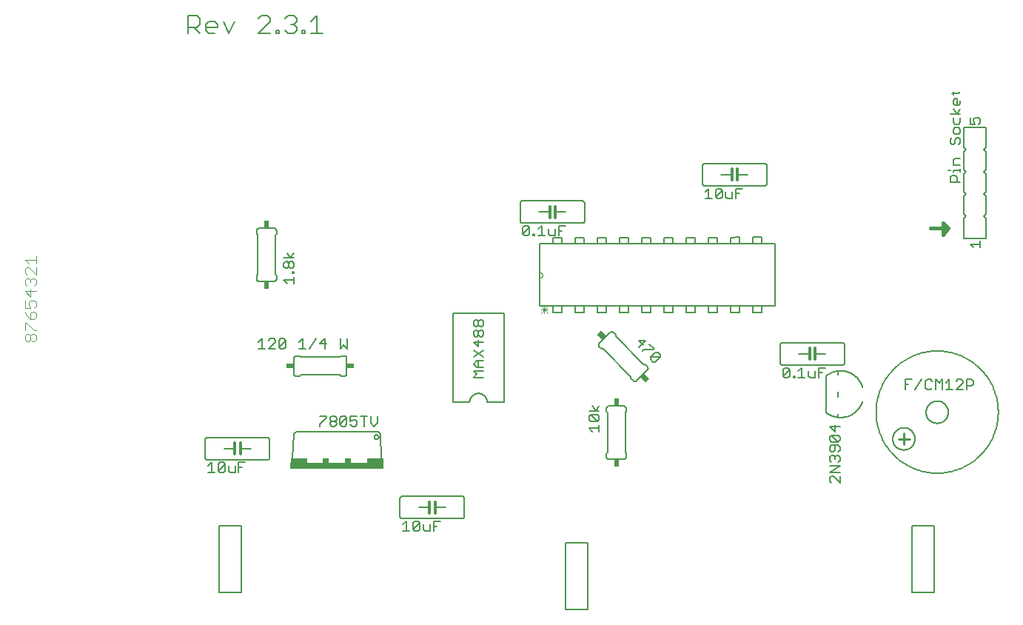
<source format=gto>
G75*
%MOIN*%
%OFA0B0*%
%FSLAX25Y25*%
%IPPOS*%
%LPD*%
%AMOC8*
5,1,8,0,0,1.08239X$1,22.5*
%
%ADD10C,0.00700*%
%ADD11C,0.01600*%
%ADD12C,0.01200*%
%ADD13C,0.00600*%
%ADD14C,0.00500*%
%ADD15R,0.42000X0.03000*%
%ADD16R,0.07500X0.02000*%
%ADD17R,0.03000X0.02000*%
%ADD18R,0.03400X0.02400*%
%ADD19R,0.02400X0.03400*%
%ADD20C,0.00400*%
%ADD21C,0.00000*%
%ADD22C,0.00300*%
%ADD23C,0.01000*%
D10*
X0078543Y0301983D02*
X0078543Y0309890D01*
X0082496Y0309890D01*
X0083814Y0308572D01*
X0083814Y0305936D01*
X0082496Y0304619D01*
X0078543Y0304619D01*
X0081178Y0304619D02*
X0083814Y0301983D01*
X0086461Y0303301D02*
X0086461Y0305936D01*
X0087779Y0307254D01*
X0090415Y0307254D01*
X0091732Y0305936D01*
X0091732Y0304619D01*
X0086461Y0304619D01*
X0086461Y0303301D02*
X0087779Y0301983D01*
X0090415Y0301983D01*
X0094380Y0307254D02*
X0097016Y0301983D01*
X0099651Y0307254D01*
X0110218Y0308572D02*
X0111535Y0309890D01*
X0114171Y0309890D01*
X0115489Y0308572D01*
X0115489Y0307254D01*
X0110218Y0301983D01*
X0115489Y0301983D01*
X0118136Y0301983D02*
X0119454Y0301983D01*
X0119454Y0303301D01*
X0118136Y0303301D01*
X0118136Y0301983D01*
X0122096Y0303301D02*
X0123413Y0301983D01*
X0126049Y0301983D01*
X0127367Y0303301D01*
X0127367Y0304619D01*
X0126049Y0305936D01*
X0124731Y0305936D01*
X0126049Y0305936D02*
X0127367Y0307254D01*
X0127367Y0308572D01*
X0126049Y0309890D01*
X0123413Y0309890D01*
X0122096Y0308572D01*
X0130014Y0303301D02*
X0131332Y0303301D01*
X0131332Y0301983D01*
X0130014Y0301983D01*
X0130014Y0303301D01*
X0133974Y0301983D02*
X0139245Y0301983D01*
X0136609Y0301983D02*
X0136609Y0309890D01*
X0133974Y0307254D01*
D11*
X0412993Y0214133D02*
X0420793Y0214233D01*
X0420793Y0214133D01*
X0418393Y0211333D01*
X0418393Y0216733D01*
X0420793Y0214133D01*
X0412993Y0214133D01*
X0418393Y0214768D02*
X0420207Y0214768D01*
X0419966Y0213169D02*
X0418393Y0213169D01*
X0418393Y0211571D02*
X0418596Y0211571D01*
X0418731Y0216366D02*
X0418393Y0216366D01*
D12*
X0360993Y0160133D02*
X0360993Y0157633D01*
X0360993Y0155133D01*
X0358493Y0155133D02*
X0358493Y0157633D01*
X0358493Y0160133D01*
X0243893Y0219033D02*
X0243893Y0221533D01*
X0243893Y0224033D01*
X0241393Y0224033D02*
X0241393Y0221533D01*
X0241393Y0219033D01*
X0323493Y0235833D02*
X0323493Y0238333D01*
X0323493Y0240833D01*
X0325993Y0240833D02*
X0325993Y0238333D01*
X0325993Y0235833D01*
X0102093Y0117533D02*
X0102093Y0115033D01*
X0102093Y0112533D01*
X0099593Y0112533D02*
X0099593Y0115033D01*
X0099593Y0117533D01*
X0187293Y0091033D02*
X0187293Y0088533D01*
X0187293Y0086033D01*
X0189793Y0086033D02*
X0189793Y0088533D01*
X0189793Y0091033D01*
D13*
X0189793Y0088533D02*
X0194493Y0088533D01*
X0201993Y0093533D02*
X0202053Y0093531D01*
X0202114Y0093526D01*
X0202173Y0093517D01*
X0202232Y0093504D01*
X0202291Y0093488D01*
X0202348Y0093468D01*
X0202403Y0093445D01*
X0202458Y0093418D01*
X0202510Y0093389D01*
X0202561Y0093356D01*
X0202610Y0093320D01*
X0202656Y0093282D01*
X0202700Y0093240D01*
X0202742Y0093196D01*
X0202780Y0093150D01*
X0202816Y0093101D01*
X0202849Y0093050D01*
X0202878Y0092998D01*
X0202905Y0092943D01*
X0202928Y0092888D01*
X0202948Y0092831D01*
X0202964Y0092772D01*
X0202977Y0092713D01*
X0202986Y0092654D01*
X0202991Y0092593D01*
X0202993Y0092533D01*
X0202993Y0084533D01*
X0202991Y0084473D01*
X0202986Y0084412D01*
X0202977Y0084353D01*
X0202964Y0084294D01*
X0202948Y0084235D01*
X0202928Y0084178D01*
X0202905Y0084123D01*
X0202878Y0084068D01*
X0202849Y0084016D01*
X0202816Y0083965D01*
X0202780Y0083916D01*
X0202742Y0083870D01*
X0202700Y0083826D01*
X0202656Y0083784D01*
X0202610Y0083746D01*
X0202561Y0083710D01*
X0202510Y0083677D01*
X0202458Y0083648D01*
X0202403Y0083621D01*
X0202348Y0083598D01*
X0202291Y0083578D01*
X0202232Y0083562D01*
X0202173Y0083549D01*
X0202114Y0083540D01*
X0202053Y0083535D01*
X0201993Y0083533D01*
X0174993Y0083533D01*
X0174933Y0083535D01*
X0174872Y0083540D01*
X0174813Y0083549D01*
X0174754Y0083562D01*
X0174695Y0083578D01*
X0174638Y0083598D01*
X0174583Y0083621D01*
X0174528Y0083648D01*
X0174476Y0083677D01*
X0174425Y0083710D01*
X0174376Y0083746D01*
X0174330Y0083784D01*
X0174286Y0083826D01*
X0174244Y0083870D01*
X0174206Y0083916D01*
X0174170Y0083965D01*
X0174137Y0084016D01*
X0174108Y0084068D01*
X0174081Y0084123D01*
X0174058Y0084178D01*
X0174038Y0084235D01*
X0174022Y0084294D01*
X0174009Y0084353D01*
X0174000Y0084412D01*
X0173995Y0084473D01*
X0173993Y0084533D01*
X0173993Y0092533D01*
X0173995Y0092593D01*
X0174000Y0092654D01*
X0174009Y0092713D01*
X0174022Y0092772D01*
X0174038Y0092831D01*
X0174058Y0092888D01*
X0174081Y0092943D01*
X0174108Y0092998D01*
X0174137Y0093050D01*
X0174170Y0093101D01*
X0174206Y0093150D01*
X0174244Y0093196D01*
X0174286Y0093240D01*
X0174330Y0093282D01*
X0174376Y0093320D01*
X0174425Y0093356D01*
X0174476Y0093389D01*
X0174528Y0093418D01*
X0174583Y0093445D01*
X0174638Y0093468D01*
X0174695Y0093488D01*
X0174754Y0093504D01*
X0174813Y0093517D01*
X0174872Y0093526D01*
X0174933Y0093531D01*
X0174993Y0093533D01*
X0201993Y0093533D01*
X0187293Y0088533D02*
X0182493Y0088533D01*
X0115293Y0111033D02*
X0115293Y0119033D01*
X0115291Y0119093D01*
X0115286Y0119154D01*
X0115277Y0119213D01*
X0115264Y0119272D01*
X0115248Y0119331D01*
X0115228Y0119388D01*
X0115205Y0119443D01*
X0115178Y0119498D01*
X0115149Y0119550D01*
X0115116Y0119601D01*
X0115080Y0119650D01*
X0115042Y0119696D01*
X0115000Y0119740D01*
X0114956Y0119782D01*
X0114910Y0119820D01*
X0114861Y0119856D01*
X0114810Y0119889D01*
X0114758Y0119918D01*
X0114703Y0119945D01*
X0114648Y0119968D01*
X0114591Y0119988D01*
X0114532Y0120004D01*
X0114473Y0120017D01*
X0114414Y0120026D01*
X0114353Y0120031D01*
X0114293Y0120033D01*
X0087293Y0120033D01*
X0087233Y0120031D01*
X0087172Y0120026D01*
X0087113Y0120017D01*
X0087054Y0120004D01*
X0086995Y0119988D01*
X0086938Y0119968D01*
X0086883Y0119945D01*
X0086828Y0119918D01*
X0086776Y0119889D01*
X0086725Y0119856D01*
X0086676Y0119820D01*
X0086630Y0119782D01*
X0086586Y0119740D01*
X0086544Y0119696D01*
X0086506Y0119650D01*
X0086470Y0119601D01*
X0086437Y0119550D01*
X0086408Y0119498D01*
X0086381Y0119443D01*
X0086358Y0119388D01*
X0086338Y0119331D01*
X0086322Y0119272D01*
X0086309Y0119213D01*
X0086300Y0119154D01*
X0086295Y0119093D01*
X0086293Y0119033D01*
X0086293Y0111033D01*
X0086295Y0110973D01*
X0086300Y0110912D01*
X0086309Y0110853D01*
X0086322Y0110794D01*
X0086338Y0110735D01*
X0086358Y0110678D01*
X0086381Y0110623D01*
X0086408Y0110568D01*
X0086437Y0110516D01*
X0086470Y0110465D01*
X0086506Y0110416D01*
X0086544Y0110370D01*
X0086586Y0110326D01*
X0086630Y0110284D01*
X0086676Y0110246D01*
X0086725Y0110210D01*
X0086776Y0110177D01*
X0086828Y0110148D01*
X0086883Y0110121D01*
X0086938Y0110098D01*
X0086995Y0110078D01*
X0087054Y0110062D01*
X0087113Y0110049D01*
X0087172Y0110040D01*
X0087233Y0110035D01*
X0087293Y0110033D01*
X0114293Y0110033D01*
X0114353Y0110035D01*
X0114414Y0110040D01*
X0114473Y0110049D01*
X0114532Y0110062D01*
X0114591Y0110078D01*
X0114648Y0110098D01*
X0114703Y0110121D01*
X0114758Y0110148D01*
X0114810Y0110177D01*
X0114861Y0110210D01*
X0114910Y0110246D01*
X0114956Y0110284D01*
X0115000Y0110326D01*
X0115042Y0110370D01*
X0115080Y0110416D01*
X0115116Y0110465D01*
X0115149Y0110516D01*
X0115178Y0110568D01*
X0115205Y0110623D01*
X0115228Y0110678D01*
X0115248Y0110735D01*
X0115264Y0110794D01*
X0115277Y0110853D01*
X0115286Y0110912D01*
X0115291Y0110973D01*
X0115293Y0111033D01*
X0106793Y0115033D02*
X0102093Y0115033D01*
X0099593Y0115033D02*
X0094793Y0115033D01*
X0127268Y0147733D02*
X0128768Y0147733D01*
X0129268Y0148233D01*
X0146993Y0148233D01*
X0147493Y0147733D01*
X0148993Y0147733D01*
X0149053Y0147735D01*
X0149114Y0147740D01*
X0149173Y0147749D01*
X0149232Y0147762D01*
X0149291Y0147778D01*
X0149348Y0147798D01*
X0149403Y0147821D01*
X0149458Y0147848D01*
X0149510Y0147877D01*
X0149561Y0147910D01*
X0149610Y0147946D01*
X0149656Y0147984D01*
X0149700Y0148026D01*
X0149742Y0148070D01*
X0149780Y0148116D01*
X0149816Y0148165D01*
X0149849Y0148216D01*
X0149878Y0148268D01*
X0149905Y0148323D01*
X0149928Y0148378D01*
X0149948Y0148435D01*
X0149964Y0148494D01*
X0149977Y0148553D01*
X0149986Y0148612D01*
X0149991Y0148673D01*
X0149993Y0148733D01*
X0149993Y0155733D01*
X0149991Y0155793D01*
X0149986Y0155854D01*
X0149977Y0155913D01*
X0149964Y0155972D01*
X0149948Y0156031D01*
X0149928Y0156088D01*
X0149905Y0156143D01*
X0149878Y0156198D01*
X0149849Y0156250D01*
X0149816Y0156301D01*
X0149780Y0156350D01*
X0149742Y0156396D01*
X0149700Y0156440D01*
X0149656Y0156482D01*
X0149610Y0156520D01*
X0149561Y0156556D01*
X0149510Y0156589D01*
X0149458Y0156618D01*
X0149403Y0156645D01*
X0149348Y0156668D01*
X0149291Y0156688D01*
X0149232Y0156704D01*
X0149173Y0156717D01*
X0149114Y0156726D01*
X0149053Y0156731D01*
X0148993Y0156733D01*
X0147493Y0156733D01*
X0146993Y0156233D01*
X0129268Y0156233D01*
X0128768Y0156733D01*
X0127268Y0156733D01*
X0127208Y0156731D01*
X0127147Y0156726D01*
X0127088Y0156717D01*
X0127029Y0156704D01*
X0126970Y0156688D01*
X0126913Y0156668D01*
X0126858Y0156645D01*
X0126803Y0156618D01*
X0126751Y0156589D01*
X0126700Y0156556D01*
X0126651Y0156520D01*
X0126605Y0156482D01*
X0126561Y0156440D01*
X0126519Y0156396D01*
X0126481Y0156350D01*
X0126445Y0156301D01*
X0126412Y0156250D01*
X0126383Y0156198D01*
X0126356Y0156143D01*
X0126333Y0156088D01*
X0126313Y0156031D01*
X0126297Y0155972D01*
X0126284Y0155913D01*
X0126275Y0155854D01*
X0126270Y0155793D01*
X0126268Y0155733D01*
X0126268Y0148733D01*
X0126270Y0148673D01*
X0126275Y0148612D01*
X0126284Y0148553D01*
X0126297Y0148494D01*
X0126313Y0148435D01*
X0126333Y0148378D01*
X0126356Y0148323D01*
X0126383Y0148268D01*
X0126412Y0148216D01*
X0126445Y0148165D01*
X0126481Y0148116D01*
X0126519Y0148070D01*
X0126561Y0148026D01*
X0126605Y0147984D01*
X0126651Y0147946D01*
X0126700Y0147910D01*
X0126751Y0147877D01*
X0126803Y0147848D01*
X0126858Y0147821D01*
X0126913Y0147798D01*
X0126970Y0147778D01*
X0127029Y0147762D01*
X0127088Y0147749D01*
X0127147Y0147740D01*
X0127208Y0147735D01*
X0127268Y0147733D01*
X0117393Y0190433D02*
X0110393Y0190433D01*
X0110333Y0190435D01*
X0110272Y0190440D01*
X0110213Y0190449D01*
X0110154Y0190462D01*
X0110095Y0190478D01*
X0110038Y0190498D01*
X0109983Y0190521D01*
X0109928Y0190548D01*
X0109876Y0190577D01*
X0109825Y0190610D01*
X0109776Y0190646D01*
X0109730Y0190684D01*
X0109686Y0190726D01*
X0109644Y0190770D01*
X0109606Y0190816D01*
X0109570Y0190865D01*
X0109537Y0190916D01*
X0109508Y0190968D01*
X0109481Y0191023D01*
X0109458Y0191078D01*
X0109438Y0191135D01*
X0109422Y0191194D01*
X0109409Y0191253D01*
X0109400Y0191312D01*
X0109395Y0191373D01*
X0109393Y0191433D01*
X0109393Y0192933D01*
X0109893Y0193433D01*
X0109893Y0211158D01*
X0109393Y0211658D01*
X0109393Y0213158D01*
X0109395Y0213218D01*
X0109400Y0213279D01*
X0109409Y0213338D01*
X0109422Y0213397D01*
X0109438Y0213456D01*
X0109458Y0213513D01*
X0109481Y0213568D01*
X0109508Y0213623D01*
X0109537Y0213675D01*
X0109570Y0213726D01*
X0109606Y0213775D01*
X0109644Y0213821D01*
X0109686Y0213865D01*
X0109730Y0213907D01*
X0109776Y0213945D01*
X0109825Y0213981D01*
X0109876Y0214014D01*
X0109928Y0214043D01*
X0109983Y0214070D01*
X0110038Y0214093D01*
X0110095Y0214113D01*
X0110154Y0214129D01*
X0110213Y0214142D01*
X0110272Y0214151D01*
X0110333Y0214156D01*
X0110393Y0214158D01*
X0117393Y0214158D01*
X0117453Y0214156D01*
X0117514Y0214151D01*
X0117573Y0214142D01*
X0117632Y0214129D01*
X0117691Y0214113D01*
X0117748Y0214093D01*
X0117803Y0214070D01*
X0117858Y0214043D01*
X0117910Y0214014D01*
X0117961Y0213981D01*
X0118010Y0213945D01*
X0118056Y0213907D01*
X0118100Y0213865D01*
X0118142Y0213821D01*
X0118180Y0213775D01*
X0118216Y0213726D01*
X0118249Y0213675D01*
X0118278Y0213623D01*
X0118305Y0213568D01*
X0118328Y0213513D01*
X0118348Y0213456D01*
X0118364Y0213397D01*
X0118377Y0213338D01*
X0118386Y0213279D01*
X0118391Y0213218D01*
X0118393Y0213158D01*
X0118393Y0211658D01*
X0117893Y0211158D01*
X0117893Y0193433D01*
X0118393Y0192933D01*
X0118393Y0191433D01*
X0118391Y0191373D01*
X0118386Y0191312D01*
X0118377Y0191253D01*
X0118364Y0191194D01*
X0118348Y0191135D01*
X0118328Y0191078D01*
X0118305Y0191023D01*
X0118278Y0190968D01*
X0118249Y0190916D01*
X0118216Y0190865D01*
X0118180Y0190816D01*
X0118142Y0190770D01*
X0118100Y0190726D01*
X0118056Y0190684D01*
X0118010Y0190646D01*
X0117961Y0190610D01*
X0117910Y0190577D01*
X0117858Y0190548D01*
X0117803Y0190521D01*
X0117748Y0190498D01*
X0117691Y0190478D01*
X0117632Y0190462D01*
X0117573Y0190449D01*
X0117514Y0190440D01*
X0117453Y0190435D01*
X0117393Y0190433D01*
X0197793Y0175833D02*
X0220793Y0175833D01*
X0220793Y0135833D01*
X0213293Y0135833D01*
X0213291Y0135959D01*
X0213285Y0136084D01*
X0213275Y0136209D01*
X0213261Y0136334D01*
X0213244Y0136459D01*
X0213222Y0136583D01*
X0213197Y0136706D01*
X0213167Y0136828D01*
X0213134Y0136949D01*
X0213097Y0137069D01*
X0213057Y0137188D01*
X0213012Y0137305D01*
X0212964Y0137422D01*
X0212912Y0137536D01*
X0212857Y0137649D01*
X0212798Y0137760D01*
X0212736Y0137869D01*
X0212670Y0137976D01*
X0212601Y0138081D01*
X0212529Y0138184D01*
X0212454Y0138285D01*
X0212375Y0138383D01*
X0212293Y0138478D01*
X0212209Y0138571D01*
X0212121Y0138661D01*
X0212031Y0138749D01*
X0211938Y0138833D01*
X0211843Y0138915D01*
X0211745Y0138994D01*
X0211644Y0139069D01*
X0211541Y0139141D01*
X0211436Y0139210D01*
X0211329Y0139276D01*
X0211220Y0139338D01*
X0211109Y0139397D01*
X0210996Y0139452D01*
X0210882Y0139504D01*
X0210765Y0139552D01*
X0210648Y0139597D01*
X0210529Y0139637D01*
X0210409Y0139674D01*
X0210288Y0139707D01*
X0210166Y0139737D01*
X0210043Y0139762D01*
X0209919Y0139784D01*
X0209794Y0139801D01*
X0209669Y0139815D01*
X0209544Y0139825D01*
X0209419Y0139831D01*
X0209293Y0139833D01*
X0209167Y0139831D01*
X0209042Y0139825D01*
X0208917Y0139815D01*
X0208792Y0139801D01*
X0208667Y0139784D01*
X0208543Y0139762D01*
X0208420Y0139737D01*
X0208298Y0139707D01*
X0208177Y0139674D01*
X0208057Y0139637D01*
X0207938Y0139597D01*
X0207821Y0139552D01*
X0207704Y0139504D01*
X0207590Y0139452D01*
X0207477Y0139397D01*
X0207366Y0139338D01*
X0207257Y0139276D01*
X0207150Y0139210D01*
X0207045Y0139141D01*
X0206942Y0139069D01*
X0206841Y0138994D01*
X0206743Y0138915D01*
X0206648Y0138833D01*
X0206555Y0138749D01*
X0206465Y0138661D01*
X0206377Y0138571D01*
X0206293Y0138478D01*
X0206211Y0138383D01*
X0206132Y0138285D01*
X0206057Y0138184D01*
X0205985Y0138081D01*
X0205916Y0137976D01*
X0205850Y0137869D01*
X0205788Y0137760D01*
X0205729Y0137649D01*
X0205674Y0137536D01*
X0205622Y0137422D01*
X0205574Y0137305D01*
X0205529Y0137188D01*
X0205489Y0137069D01*
X0205452Y0136949D01*
X0205419Y0136828D01*
X0205389Y0136706D01*
X0205364Y0136583D01*
X0205342Y0136459D01*
X0205325Y0136334D01*
X0205311Y0136209D01*
X0205301Y0136084D01*
X0205295Y0135959D01*
X0205293Y0135833D01*
X0197793Y0135833D01*
X0197793Y0175833D01*
X0236893Y0179133D02*
X0342893Y0179133D01*
X0342893Y0207133D01*
X0236893Y0207133D01*
X0236893Y0194333D01*
X0236893Y0191933D01*
X0236893Y0179133D01*
X0242893Y0179133D02*
X0242893Y0176133D01*
X0246893Y0176133D01*
X0246893Y0179133D01*
X0242893Y0179133D01*
X0252893Y0179133D02*
X0252893Y0176133D01*
X0256893Y0176133D01*
X0256893Y0179133D01*
X0252893Y0179133D01*
X0262893Y0179133D02*
X0262893Y0176133D01*
X0266893Y0176133D01*
X0266893Y0179133D01*
X0262893Y0179133D01*
X0272893Y0179133D02*
X0272893Y0176133D01*
X0276893Y0176133D01*
X0276893Y0179133D01*
X0272893Y0179133D01*
X0282893Y0179133D02*
X0282893Y0176133D01*
X0286893Y0176133D01*
X0286893Y0179133D01*
X0282893Y0179133D01*
X0292893Y0179133D02*
X0292893Y0176133D01*
X0296893Y0176133D01*
X0296893Y0179133D01*
X0292893Y0179133D01*
X0302893Y0179133D02*
X0302893Y0176133D01*
X0306893Y0176133D01*
X0306893Y0179133D01*
X0302893Y0179133D01*
X0312893Y0179133D02*
X0312893Y0176133D01*
X0316893Y0176133D01*
X0316893Y0179133D01*
X0312893Y0179133D01*
X0322893Y0179133D02*
X0322893Y0176133D01*
X0326893Y0176233D01*
X0326893Y0179133D01*
X0322893Y0179133D01*
X0332893Y0179133D02*
X0332993Y0176233D01*
X0336893Y0176233D01*
X0336893Y0179133D01*
X0332893Y0179133D01*
X0346193Y0162633D02*
X0373193Y0162633D01*
X0373253Y0162631D01*
X0373314Y0162626D01*
X0373373Y0162617D01*
X0373432Y0162604D01*
X0373491Y0162588D01*
X0373548Y0162568D01*
X0373603Y0162545D01*
X0373658Y0162518D01*
X0373710Y0162489D01*
X0373761Y0162456D01*
X0373810Y0162420D01*
X0373856Y0162382D01*
X0373900Y0162340D01*
X0373942Y0162296D01*
X0373980Y0162250D01*
X0374016Y0162201D01*
X0374049Y0162150D01*
X0374078Y0162098D01*
X0374105Y0162043D01*
X0374128Y0161988D01*
X0374148Y0161931D01*
X0374164Y0161872D01*
X0374177Y0161813D01*
X0374186Y0161754D01*
X0374191Y0161693D01*
X0374193Y0161633D01*
X0374193Y0153633D01*
X0374191Y0153573D01*
X0374186Y0153512D01*
X0374177Y0153453D01*
X0374164Y0153394D01*
X0374148Y0153335D01*
X0374128Y0153278D01*
X0374105Y0153223D01*
X0374078Y0153168D01*
X0374049Y0153116D01*
X0374016Y0153065D01*
X0373980Y0153016D01*
X0373942Y0152970D01*
X0373900Y0152926D01*
X0373856Y0152884D01*
X0373810Y0152846D01*
X0373761Y0152810D01*
X0373710Y0152777D01*
X0373658Y0152748D01*
X0373603Y0152721D01*
X0373548Y0152698D01*
X0373491Y0152678D01*
X0373432Y0152662D01*
X0373373Y0152649D01*
X0373314Y0152640D01*
X0373253Y0152635D01*
X0373193Y0152633D01*
X0346193Y0152633D01*
X0346133Y0152635D01*
X0346072Y0152640D01*
X0346013Y0152649D01*
X0345954Y0152662D01*
X0345895Y0152678D01*
X0345838Y0152698D01*
X0345783Y0152721D01*
X0345728Y0152748D01*
X0345676Y0152777D01*
X0345625Y0152810D01*
X0345576Y0152846D01*
X0345530Y0152884D01*
X0345486Y0152926D01*
X0345444Y0152970D01*
X0345406Y0153016D01*
X0345370Y0153065D01*
X0345337Y0153116D01*
X0345308Y0153168D01*
X0345281Y0153223D01*
X0345258Y0153278D01*
X0345238Y0153335D01*
X0345222Y0153394D01*
X0345209Y0153453D01*
X0345200Y0153512D01*
X0345195Y0153573D01*
X0345193Y0153633D01*
X0345193Y0161633D01*
X0345195Y0161693D01*
X0345200Y0161754D01*
X0345209Y0161813D01*
X0345222Y0161872D01*
X0345238Y0161931D01*
X0345258Y0161988D01*
X0345281Y0162043D01*
X0345308Y0162098D01*
X0345337Y0162150D01*
X0345370Y0162201D01*
X0345406Y0162250D01*
X0345444Y0162296D01*
X0345486Y0162340D01*
X0345530Y0162382D01*
X0345576Y0162420D01*
X0345625Y0162456D01*
X0345676Y0162489D01*
X0345728Y0162518D01*
X0345783Y0162545D01*
X0345838Y0162568D01*
X0345895Y0162588D01*
X0345954Y0162604D01*
X0346013Y0162617D01*
X0346072Y0162626D01*
X0346133Y0162631D01*
X0346193Y0162633D01*
X0353693Y0157633D02*
X0358493Y0157633D01*
X0360993Y0157633D02*
X0365693Y0157633D01*
X0410893Y0131433D02*
X0410895Y0131574D01*
X0410901Y0131715D01*
X0410911Y0131855D01*
X0410925Y0131995D01*
X0410943Y0132135D01*
X0410964Y0132274D01*
X0410990Y0132413D01*
X0411019Y0132551D01*
X0411053Y0132687D01*
X0411090Y0132823D01*
X0411131Y0132958D01*
X0411176Y0133092D01*
X0411225Y0133224D01*
X0411277Y0133355D01*
X0411333Y0133484D01*
X0411393Y0133611D01*
X0411456Y0133737D01*
X0411522Y0133861D01*
X0411593Y0133984D01*
X0411666Y0134104D01*
X0411743Y0134222D01*
X0411823Y0134338D01*
X0411907Y0134451D01*
X0411993Y0134562D01*
X0412083Y0134671D01*
X0412176Y0134777D01*
X0412271Y0134880D01*
X0412370Y0134981D01*
X0412471Y0135079D01*
X0412575Y0135174D01*
X0412682Y0135266D01*
X0412791Y0135355D01*
X0412903Y0135440D01*
X0413017Y0135523D01*
X0413133Y0135603D01*
X0413252Y0135679D01*
X0413373Y0135751D01*
X0413495Y0135821D01*
X0413620Y0135886D01*
X0413746Y0135949D01*
X0413874Y0136007D01*
X0414004Y0136062D01*
X0414135Y0136114D01*
X0414268Y0136161D01*
X0414402Y0136205D01*
X0414537Y0136246D01*
X0414673Y0136282D01*
X0414810Y0136314D01*
X0414948Y0136343D01*
X0415086Y0136368D01*
X0415226Y0136388D01*
X0415366Y0136405D01*
X0415506Y0136418D01*
X0415647Y0136427D01*
X0415787Y0136432D01*
X0415928Y0136433D01*
X0416069Y0136430D01*
X0416210Y0136423D01*
X0416350Y0136412D01*
X0416490Y0136397D01*
X0416630Y0136378D01*
X0416769Y0136356D01*
X0416907Y0136329D01*
X0417045Y0136299D01*
X0417181Y0136264D01*
X0417317Y0136226D01*
X0417451Y0136184D01*
X0417585Y0136138D01*
X0417717Y0136089D01*
X0417847Y0136035D01*
X0417976Y0135978D01*
X0418103Y0135918D01*
X0418229Y0135854D01*
X0418352Y0135786D01*
X0418474Y0135715D01*
X0418594Y0135641D01*
X0418711Y0135563D01*
X0418826Y0135482D01*
X0418939Y0135398D01*
X0419050Y0135311D01*
X0419158Y0135220D01*
X0419263Y0135127D01*
X0419366Y0135030D01*
X0419466Y0134931D01*
X0419563Y0134829D01*
X0419657Y0134724D01*
X0419748Y0134617D01*
X0419836Y0134507D01*
X0419921Y0134395D01*
X0420003Y0134280D01*
X0420082Y0134163D01*
X0420157Y0134044D01*
X0420229Y0133923D01*
X0420297Y0133800D01*
X0420362Y0133675D01*
X0420424Y0133548D01*
X0420481Y0133419D01*
X0420536Y0133289D01*
X0420586Y0133158D01*
X0420633Y0133025D01*
X0420676Y0132891D01*
X0420715Y0132755D01*
X0420750Y0132619D01*
X0420782Y0132482D01*
X0420809Y0132344D01*
X0420833Y0132205D01*
X0420853Y0132065D01*
X0420869Y0131925D01*
X0420881Y0131785D01*
X0420889Y0131644D01*
X0420893Y0131503D01*
X0420893Y0131363D01*
X0420889Y0131222D01*
X0420881Y0131081D01*
X0420869Y0130941D01*
X0420853Y0130801D01*
X0420833Y0130661D01*
X0420809Y0130522D01*
X0420782Y0130384D01*
X0420750Y0130247D01*
X0420715Y0130111D01*
X0420676Y0129975D01*
X0420633Y0129841D01*
X0420586Y0129708D01*
X0420536Y0129577D01*
X0420481Y0129447D01*
X0420424Y0129318D01*
X0420362Y0129191D01*
X0420297Y0129066D01*
X0420229Y0128943D01*
X0420157Y0128822D01*
X0420082Y0128703D01*
X0420003Y0128586D01*
X0419921Y0128471D01*
X0419836Y0128359D01*
X0419748Y0128249D01*
X0419657Y0128142D01*
X0419563Y0128037D01*
X0419466Y0127935D01*
X0419366Y0127836D01*
X0419263Y0127739D01*
X0419158Y0127646D01*
X0419050Y0127555D01*
X0418939Y0127468D01*
X0418826Y0127384D01*
X0418711Y0127303D01*
X0418594Y0127225D01*
X0418474Y0127151D01*
X0418352Y0127080D01*
X0418229Y0127012D01*
X0418103Y0126948D01*
X0417976Y0126888D01*
X0417847Y0126831D01*
X0417717Y0126777D01*
X0417585Y0126728D01*
X0417451Y0126682D01*
X0417317Y0126640D01*
X0417181Y0126602D01*
X0417045Y0126567D01*
X0416907Y0126537D01*
X0416769Y0126510D01*
X0416630Y0126488D01*
X0416490Y0126469D01*
X0416350Y0126454D01*
X0416210Y0126443D01*
X0416069Y0126436D01*
X0415928Y0126433D01*
X0415787Y0126434D01*
X0415647Y0126439D01*
X0415506Y0126448D01*
X0415366Y0126461D01*
X0415226Y0126478D01*
X0415086Y0126498D01*
X0414948Y0126523D01*
X0414810Y0126552D01*
X0414673Y0126584D01*
X0414537Y0126620D01*
X0414402Y0126661D01*
X0414268Y0126705D01*
X0414135Y0126752D01*
X0414004Y0126804D01*
X0413874Y0126859D01*
X0413746Y0126917D01*
X0413620Y0126980D01*
X0413495Y0127045D01*
X0413373Y0127115D01*
X0413252Y0127187D01*
X0413133Y0127263D01*
X0413017Y0127343D01*
X0412903Y0127426D01*
X0412791Y0127511D01*
X0412682Y0127600D01*
X0412575Y0127692D01*
X0412471Y0127787D01*
X0412370Y0127885D01*
X0412271Y0127986D01*
X0412176Y0128089D01*
X0412083Y0128195D01*
X0411993Y0128304D01*
X0411907Y0128415D01*
X0411823Y0128528D01*
X0411743Y0128644D01*
X0411666Y0128762D01*
X0411593Y0128882D01*
X0411522Y0129005D01*
X0411456Y0129129D01*
X0411393Y0129255D01*
X0411333Y0129382D01*
X0411277Y0129511D01*
X0411225Y0129642D01*
X0411176Y0129774D01*
X0411131Y0129908D01*
X0411090Y0130043D01*
X0411053Y0130179D01*
X0411019Y0130315D01*
X0410990Y0130453D01*
X0410964Y0130592D01*
X0410943Y0130731D01*
X0410925Y0130871D01*
X0410911Y0131011D01*
X0410901Y0131151D01*
X0410895Y0131292D01*
X0410893Y0131433D01*
X0388393Y0131433D02*
X0388401Y0132108D01*
X0388426Y0132782D01*
X0388468Y0133456D01*
X0388525Y0134128D01*
X0388600Y0134799D01*
X0388691Y0135468D01*
X0388798Y0136134D01*
X0388921Y0136798D01*
X0389061Y0137458D01*
X0389217Y0138115D01*
X0389389Y0138768D01*
X0389577Y0139416D01*
X0389781Y0140059D01*
X0390001Y0140697D01*
X0390236Y0141330D01*
X0390486Y0141957D01*
X0390752Y0142577D01*
X0391033Y0143191D01*
X0391329Y0143797D01*
X0391640Y0144396D01*
X0391966Y0144988D01*
X0392305Y0145571D01*
X0392660Y0146145D01*
X0393028Y0146711D01*
X0393409Y0147268D01*
X0393805Y0147815D01*
X0394213Y0148352D01*
X0394635Y0148879D01*
X0395070Y0149395D01*
X0395517Y0149901D01*
X0395976Y0150395D01*
X0396448Y0150878D01*
X0396931Y0151350D01*
X0397425Y0151809D01*
X0397931Y0152256D01*
X0398447Y0152691D01*
X0398974Y0153113D01*
X0399511Y0153521D01*
X0400058Y0153917D01*
X0400615Y0154298D01*
X0401181Y0154666D01*
X0401755Y0155021D01*
X0402338Y0155360D01*
X0402930Y0155686D01*
X0403529Y0155997D01*
X0404135Y0156293D01*
X0404749Y0156574D01*
X0405369Y0156840D01*
X0405996Y0157090D01*
X0406629Y0157325D01*
X0407267Y0157545D01*
X0407910Y0157749D01*
X0408558Y0157937D01*
X0409211Y0158109D01*
X0409868Y0158265D01*
X0410528Y0158405D01*
X0411192Y0158528D01*
X0411858Y0158635D01*
X0412527Y0158726D01*
X0413198Y0158801D01*
X0413870Y0158858D01*
X0414544Y0158900D01*
X0415218Y0158925D01*
X0415893Y0158933D01*
X0416568Y0158925D01*
X0417242Y0158900D01*
X0417916Y0158858D01*
X0418588Y0158801D01*
X0419259Y0158726D01*
X0419928Y0158635D01*
X0420594Y0158528D01*
X0421258Y0158405D01*
X0421918Y0158265D01*
X0422575Y0158109D01*
X0423228Y0157937D01*
X0423876Y0157749D01*
X0424519Y0157545D01*
X0425157Y0157325D01*
X0425790Y0157090D01*
X0426417Y0156840D01*
X0427037Y0156574D01*
X0427651Y0156293D01*
X0428257Y0155997D01*
X0428856Y0155686D01*
X0429448Y0155360D01*
X0430031Y0155021D01*
X0430605Y0154666D01*
X0431171Y0154298D01*
X0431728Y0153917D01*
X0432275Y0153521D01*
X0432812Y0153113D01*
X0433339Y0152691D01*
X0433855Y0152256D01*
X0434361Y0151809D01*
X0434855Y0151350D01*
X0435338Y0150878D01*
X0435810Y0150395D01*
X0436269Y0149901D01*
X0436716Y0149395D01*
X0437151Y0148879D01*
X0437573Y0148352D01*
X0437981Y0147815D01*
X0438377Y0147268D01*
X0438758Y0146711D01*
X0439126Y0146145D01*
X0439481Y0145571D01*
X0439820Y0144988D01*
X0440146Y0144396D01*
X0440457Y0143797D01*
X0440753Y0143191D01*
X0441034Y0142577D01*
X0441300Y0141957D01*
X0441550Y0141330D01*
X0441785Y0140697D01*
X0442005Y0140059D01*
X0442209Y0139416D01*
X0442397Y0138768D01*
X0442569Y0138115D01*
X0442725Y0137458D01*
X0442865Y0136798D01*
X0442988Y0136134D01*
X0443095Y0135468D01*
X0443186Y0134799D01*
X0443261Y0134128D01*
X0443318Y0133456D01*
X0443360Y0132782D01*
X0443385Y0132108D01*
X0443393Y0131433D01*
X0443385Y0130758D01*
X0443360Y0130084D01*
X0443318Y0129410D01*
X0443261Y0128738D01*
X0443186Y0128067D01*
X0443095Y0127398D01*
X0442988Y0126732D01*
X0442865Y0126068D01*
X0442725Y0125408D01*
X0442569Y0124751D01*
X0442397Y0124098D01*
X0442209Y0123450D01*
X0442005Y0122807D01*
X0441785Y0122169D01*
X0441550Y0121536D01*
X0441300Y0120909D01*
X0441034Y0120289D01*
X0440753Y0119675D01*
X0440457Y0119069D01*
X0440146Y0118470D01*
X0439820Y0117878D01*
X0439481Y0117295D01*
X0439126Y0116721D01*
X0438758Y0116155D01*
X0438377Y0115598D01*
X0437981Y0115051D01*
X0437573Y0114514D01*
X0437151Y0113987D01*
X0436716Y0113471D01*
X0436269Y0112965D01*
X0435810Y0112471D01*
X0435338Y0111988D01*
X0434855Y0111516D01*
X0434361Y0111057D01*
X0433855Y0110610D01*
X0433339Y0110175D01*
X0432812Y0109753D01*
X0432275Y0109345D01*
X0431728Y0108949D01*
X0431171Y0108568D01*
X0430605Y0108200D01*
X0430031Y0107845D01*
X0429448Y0107506D01*
X0428856Y0107180D01*
X0428257Y0106869D01*
X0427651Y0106573D01*
X0427037Y0106292D01*
X0426417Y0106026D01*
X0425790Y0105776D01*
X0425157Y0105541D01*
X0424519Y0105321D01*
X0423876Y0105117D01*
X0423228Y0104929D01*
X0422575Y0104757D01*
X0421918Y0104601D01*
X0421258Y0104461D01*
X0420594Y0104338D01*
X0419928Y0104231D01*
X0419259Y0104140D01*
X0418588Y0104065D01*
X0417916Y0104008D01*
X0417242Y0103966D01*
X0416568Y0103941D01*
X0415893Y0103933D01*
X0415218Y0103941D01*
X0414544Y0103966D01*
X0413870Y0104008D01*
X0413198Y0104065D01*
X0412527Y0104140D01*
X0411858Y0104231D01*
X0411192Y0104338D01*
X0410528Y0104461D01*
X0409868Y0104601D01*
X0409211Y0104757D01*
X0408558Y0104929D01*
X0407910Y0105117D01*
X0407267Y0105321D01*
X0406629Y0105541D01*
X0405996Y0105776D01*
X0405369Y0106026D01*
X0404749Y0106292D01*
X0404135Y0106573D01*
X0403529Y0106869D01*
X0402930Y0107180D01*
X0402338Y0107506D01*
X0401755Y0107845D01*
X0401181Y0108200D01*
X0400615Y0108568D01*
X0400058Y0108949D01*
X0399511Y0109345D01*
X0398974Y0109753D01*
X0398447Y0110175D01*
X0397931Y0110610D01*
X0397425Y0111057D01*
X0396931Y0111516D01*
X0396448Y0111988D01*
X0395976Y0112471D01*
X0395517Y0112965D01*
X0395070Y0113471D01*
X0394635Y0113987D01*
X0394213Y0114514D01*
X0393805Y0115051D01*
X0393409Y0115598D01*
X0393028Y0116155D01*
X0392660Y0116721D01*
X0392305Y0117295D01*
X0391966Y0117878D01*
X0391640Y0118470D01*
X0391329Y0119069D01*
X0391033Y0119675D01*
X0390752Y0120289D01*
X0390486Y0120909D01*
X0390236Y0121536D01*
X0390001Y0122169D01*
X0389781Y0122807D01*
X0389577Y0123450D01*
X0389389Y0124098D01*
X0389217Y0124751D01*
X0389061Y0125408D01*
X0388921Y0126068D01*
X0388798Y0126732D01*
X0388691Y0127398D01*
X0388600Y0128067D01*
X0388525Y0128738D01*
X0388468Y0129410D01*
X0388426Y0130084D01*
X0388401Y0130758D01*
X0388393Y0131433D01*
X0395893Y0119433D02*
X0395895Y0119574D01*
X0395901Y0119715D01*
X0395911Y0119855D01*
X0395925Y0119995D01*
X0395943Y0120135D01*
X0395964Y0120274D01*
X0395990Y0120413D01*
X0396019Y0120551D01*
X0396053Y0120687D01*
X0396090Y0120823D01*
X0396131Y0120958D01*
X0396176Y0121092D01*
X0396225Y0121224D01*
X0396277Y0121355D01*
X0396333Y0121484D01*
X0396393Y0121611D01*
X0396456Y0121737D01*
X0396522Y0121861D01*
X0396593Y0121984D01*
X0396666Y0122104D01*
X0396743Y0122222D01*
X0396823Y0122338D01*
X0396907Y0122451D01*
X0396993Y0122562D01*
X0397083Y0122671D01*
X0397176Y0122777D01*
X0397271Y0122880D01*
X0397370Y0122981D01*
X0397471Y0123079D01*
X0397575Y0123174D01*
X0397682Y0123266D01*
X0397791Y0123355D01*
X0397903Y0123440D01*
X0398017Y0123523D01*
X0398133Y0123603D01*
X0398252Y0123679D01*
X0398373Y0123751D01*
X0398495Y0123821D01*
X0398620Y0123886D01*
X0398746Y0123949D01*
X0398874Y0124007D01*
X0399004Y0124062D01*
X0399135Y0124114D01*
X0399268Y0124161D01*
X0399402Y0124205D01*
X0399537Y0124246D01*
X0399673Y0124282D01*
X0399810Y0124314D01*
X0399948Y0124343D01*
X0400086Y0124368D01*
X0400226Y0124388D01*
X0400366Y0124405D01*
X0400506Y0124418D01*
X0400647Y0124427D01*
X0400787Y0124432D01*
X0400928Y0124433D01*
X0401069Y0124430D01*
X0401210Y0124423D01*
X0401350Y0124412D01*
X0401490Y0124397D01*
X0401630Y0124378D01*
X0401769Y0124356D01*
X0401907Y0124329D01*
X0402045Y0124299D01*
X0402181Y0124264D01*
X0402317Y0124226D01*
X0402451Y0124184D01*
X0402585Y0124138D01*
X0402717Y0124089D01*
X0402847Y0124035D01*
X0402976Y0123978D01*
X0403103Y0123918D01*
X0403229Y0123854D01*
X0403352Y0123786D01*
X0403474Y0123715D01*
X0403594Y0123641D01*
X0403711Y0123563D01*
X0403826Y0123482D01*
X0403939Y0123398D01*
X0404050Y0123311D01*
X0404158Y0123220D01*
X0404263Y0123127D01*
X0404366Y0123030D01*
X0404466Y0122931D01*
X0404563Y0122829D01*
X0404657Y0122724D01*
X0404748Y0122617D01*
X0404836Y0122507D01*
X0404921Y0122395D01*
X0405003Y0122280D01*
X0405082Y0122163D01*
X0405157Y0122044D01*
X0405229Y0121923D01*
X0405297Y0121800D01*
X0405362Y0121675D01*
X0405424Y0121548D01*
X0405481Y0121419D01*
X0405536Y0121289D01*
X0405586Y0121158D01*
X0405633Y0121025D01*
X0405676Y0120891D01*
X0405715Y0120755D01*
X0405750Y0120619D01*
X0405782Y0120482D01*
X0405809Y0120344D01*
X0405833Y0120205D01*
X0405853Y0120065D01*
X0405869Y0119925D01*
X0405881Y0119785D01*
X0405889Y0119644D01*
X0405893Y0119503D01*
X0405893Y0119363D01*
X0405889Y0119222D01*
X0405881Y0119081D01*
X0405869Y0118941D01*
X0405853Y0118801D01*
X0405833Y0118661D01*
X0405809Y0118522D01*
X0405782Y0118384D01*
X0405750Y0118247D01*
X0405715Y0118111D01*
X0405676Y0117975D01*
X0405633Y0117841D01*
X0405586Y0117708D01*
X0405536Y0117577D01*
X0405481Y0117447D01*
X0405424Y0117318D01*
X0405362Y0117191D01*
X0405297Y0117066D01*
X0405229Y0116943D01*
X0405157Y0116822D01*
X0405082Y0116703D01*
X0405003Y0116586D01*
X0404921Y0116471D01*
X0404836Y0116359D01*
X0404748Y0116249D01*
X0404657Y0116142D01*
X0404563Y0116037D01*
X0404466Y0115935D01*
X0404366Y0115836D01*
X0404263Y0115739D01*
X0404158Y0115646D01*
X0404050Y0115555D01*
X0403939Y0115468D01*
X0403826Y0115384D01*
X0403711Y0115303D01*
X0403594Y0115225D01*
X0403474Y0115151D01*
X0403352Y0115080D01*
X0403229Y0115012D01*
X0403103Y0114948D01*
X0402976Y0114888D01*
X0402847Y0114831D01*
X0402717Y0114777D01*
X0402585Y0114728D01*
X0402451Y0114682D01*
X0402317Y0114640D01*
X0402181Y0114602D01*
X0402045Y0114567D01*
X0401907Y0114537D01*
X0401769Y0114510D01*
X0401630Y0114488D01*
X0401490Y0114469D01*
X0401350Y0114454D01*
X0401210Y0114443D01*
X0401069Y0114436D01*
X0400928Y0114433D01*
X0400787Y0114434D01*
X0400647Y0114439D01*
X0400506Y0114448D01*
X0400366Y0114461D01*
X0400226Y0114478D01*
X0400086Y0114498D01*
X0399948Y0114523D01*
X0399810Y0114552D01*
X0399673Y0114584D01*
X0399537Y0114620D01*
X0399402Y0114661D01*
X0399268Y0114705D01*
X0399135Y0114752D01*
X0399004Y0114804D01*
X0398874Y0114859D01*
X0398746Y0114917D01*
X0398620Y0114980D01*
X0398495Y0115045D01*
X0398373Y0115115D01*
X0398252Y0115187D01*
X0398133Y0115263D01*
X0398017Y0115343D01*
X0397903Y0115426D01*
X0397791Y0115511D01*
X0397682Y0115600D01*
X0397575Y0115692D01*
X0397471Y0115787D01*
X0397370Y0115885D01*
X0397271Y0115986D01*
X0397176Y0116089D01*
X0397083Y0116195D01*
X0396993Y0116304D01*
X0396907Y0116415D01*
X0396823Y0116528D01*
X0396743Y0116644D01*
X0396666Y0116762D01*
X0396593Y0116882D01*
X0396522Y0117005D01*
X0396456Y0117129D01*
X0396393Y0117255D01*
X0396333Y0117382D01*
X0396277Y0117511D01*
X0396225Y0117642D01*
X0396176Y0117774D01*
X0396131Y0117908D01*
X0396090Y0118043D01*
X0396053Y0118179D01*
X0396019Y0118315D01*
X0395990Y0118453D01*
X0395964Y0118592D01*
X0395943Y0118731D01*
X0395925Y0118871D01*
X0395911Y0119011D01*
X0395901Y0119151D01*
X0395895Y0119292D01*
X0395893Y0119433D01*
X0285406Y0150569D02*
X0280456Y0145619D01*
X0280412Y0145577D01*
X0280366Y0145539D01*
X0280317Y0145503D01*
X0280266Y0145470D01*
X0280214Y0145441D01*
X0280159Y0145414D01*
X0280104Y0145391D01*
X0280047Y0145371D01*
X0279988Y0145355D01*
X0279929Y0145342D01*
X0279870Y0145333D01*
X0279809Y0145328D01*
X0279749Y0145326D01*
X0279689Y0145328D01*
X0279628Y0145333D01*
X0279569Y0145342D01*
X0279510Y0145355D01*
X0279451Y0145371D01*
X0279394Y0145391D01*
X0279339Y0145414D01*
X0279284Y0145441D01*
X0279232Y0145470D01*
X0279181Y0145503D01*
X0279132Y0145539D01*
X0279086Y0145577D01*
X0279042Y0145619D01*
X0277982Y0146680D01*
X0277982Y0147387D01*
X0265448Y0159921D01*
X0264741Y0159921D01*
X0263680Y0160981D01*
X0263638Y0161025D01*
X0263600Y0161071D01*
X0263564Y0161120D01*
X0263531Y0161171D01*
X0263502Y0161223D01*
X0263475Y0161278D01*
X0263452Y0161333D01*
X0263432Y0161390D01*
X0263416Y0161449D01*
X0263403Y0161508D01*
X0263394Y0161567D01*
X0263389Y0161628D01*
X0263387Y0161688D01*
X0263389Y0161748D01*
X0263394Y0161809D01*
X0263403Y0161868D01*
X0263416Y0161927D01*
X0263432Y0161986D01*
X0263452Y0162043D01*
X0263475Y0162098D01*
X0263502Y0162153D01*
X0263531Y0162205D01*
X0263564Y0162256D01*
X0263600Y0162305D01*
X0263638Y0162351D01*
X0263680Y0162395D01*
X0268630Y0167345D01*
X0268674Y0167387D01*
X0268720Y0167425D01*
X0268769Y0167461D01*
X0268820Y0167494D01*
X0268872Y0167523D01*
X0268927Y0167550D01*
X0268982Y0167573D01*
X0269039Y0167593D01*
X0269098Y0167609D01*
X0269157Y0167622D01*
X0269216Y0167631D01*
X0269277Y0167636D01*
X0269337Y0167638D01*
X0269397Y0167636D01*
X0269458Y0167631D01*
X0269517Y0167622D01*
X0269576Y0167609D01*
X0269635Y0167593D01*
X0269692Y0167573D01*
X0269747Y0167550D01*
X0269802Y0167523D01*
X0269854Y0167494D01*
X0269905Y0167461D01*
X0269954Y0167425D01*
X0270000Y0167387D01*
X0270044Y0167345D01*
X0271105Y0166285D01*
X0271105Y0165577D01*
X0283638Y0153044D01*
X0284346Y0153044D01*
X0285406Y0151983D01*
X0285448Y0151939D01*
X0285486Y0151893D01*
X0285522Y0151844D01*
X0285555Y0151793D01*
X0285584Y0151741D01*
X0285611Y0151686D01*
X0285634Y0151631D01*
X0285654Y0151574D01*
X0285670Y0151515D01*
X0285683Y0151456D01*
X0285692Y0151397D01*
X0285697Y0151336D01*
X0285699Y0151276D01*
X0285697Y0151216D01*
X0285692Y0151155D01*
X0285683Y0151096D01*
X0285670Y0151037D01*
X0285654Y0150978D01*
X0285634Y0150921D01*
X0285611Y0150866D01*
X0285584Y0150811D01*
X0285555Y0150759D01*
X0285522Y0150708D01*
X0285486Y0150659D01*
X0285448Y0150613D01*
X0285406Y0150569D01*
X0274893Y0134133D02*
X0267893Y0134133D01*
X0267833Y0134131D01*
X0267772Y0134126D01*
X0267713Y0134117D01*
X0267654Y0134104D01*
X0267595Y0134088D01*
X0267538Y0134068D01*
X0267483Y0134045D01*
X0267428Y0134018D01*
X0267376Y0133989D01*
X0267325Y0133956D01*
X0267276Y0133920D01*
X0267230Y0133882D01*
X0267186Y0133840D01*
X0267144Y0133796D01*
X0267106Y0133750D01*
X0267070Y0133701D01*
X0267037Y0133650D01*
X0267008Y0133598D01*
X0266981Y0133543D01*
X0266958Y0133488D01*
X0266938Y0133431D01*
X0266922Y0133372D01*
X0266909Y0133313D01*
X0266900Y0133254D01*
X0266895Y0133193D01*
X0266893Y0133133D01*
X0266893Y0131633D01*
X0267393Y0131133D01*
X0267393Y0113408D01*
X0266893Y0112908D01*
X0266893Y0111408D01*
X0266895Y0111348D01*
X0266900Y0111287D01*
X0266909Y0111228D01*
X0266922Y0111169D01*
X0266938Y0111110D01*
X0266958Y0111053D01*
X0266981Y0110998D01*
X0267008Y0110943D01*
X0267037Y0110891D01*
X0267070Y0110840D01*
X0267106Y0110791D01*
X0267144Y0110745D01*
X0267186Y0110701D01*
X0267230Y0110659D01*
X0267276Y0110621D01*
X0267325Y0110585D01*
X0267376Y0110552D01*
X0267428Y0110523D01*
X0267483Y0110496D01*
X0267538Y0110473D01*
X0267595Y0110453D01*
X0267654Y0110437D01*
X0267713Y0110424D01*
X0267772Y0110415D01*
X0267833Y0110410D01*
X0267893Y0110408D01*
X0274893Y0110408D01*
X0274953Y0110410D01*
X0275014Y0110415D01*
X0275073Y0110424D01*
X0275132Y0110437D01*
X0275191Y0110453D01*
X0275248Y0110473D01*
X0275303Y0110496D01*
X0275358Y0110523D01*
X0275410Y0110552D01*
X0275461Y0110585D01*
X0275510Y0110621D01*
X0275556Y0110659D01*
X0275600Y0110701D01*
X0275642Y0110745D01*
X0275680Y0110791D01*
X0275716Y0110840D01*
X0275749Y0110891D01*
X0275778Y0110943D01*
X0275805Y0110998D01*
X0275828Y0111053D01*
X0275848Y0111110D01*
X0275864Y0111169D01*
X0275877Y0111228D01*
X0275886Y0111287D01*
X0275891Y0111348D01*
X0275893Y0111408D01*
X0275893Y0112908D01*
X0275393Y0113408D01*
X0275393Y0131133D01*
X0275893Y0131633D01*
X0275893Y0133133D01*
X0275891Y0133193D01*
X0275886Y0133254D01*
X0275877Y0133313D01*
X0275864Y0133372D01*
X0275848Y0133431D01*
X0275828Y0133488D01*
X0275805Y0133543D01*
X0275778Y0133598D01*
X0275749Y0133650D01*
X0275716Y0133701D01*
X0275680Y0133750D01*
X0275642Y0133796D01*
X0275600Y0133840D01*
X0275556Y0133882D01*
X0275510Y0133920D01*
X0275461Y0133956D01*
X0275410Y0133989D01*
X0275358Y0134018D01*
X0275303Y0134045D01*
X0275248Y0134068D01*
X0275191Y0134088D01*
X0275132Y0134104D01*
X0275073Y0134117D01*
X0275014Y0134126D01*
X0274953Y0134131D01*
X0274893Y0134133D01*
X0272893Y0207133D02*
X0276893Y0207133D01*
X0276893Y0210033D01*
X0272893Y0210033D01*
X0272893Y0207133D01*
X0266893Y0207133D02*
X0266893Y0210033D01*
X0262893Y0210033D01*
X0262893Y0207133D01*
X0266893Y0207133D01*
X0256893Y0207133D02*
X0256893Y0210033D01*
X0252893Y0210033D01*
X0252893Y0207133D01*
X0256893Y0207133D01*
X0246893Y0207133D02*
X0246893Y0210033D01*
X0242893Y0210033D01*
X0242893Y0207133D01*
X0246893Y0207133D01*
X0256093Y0216533D02*
X0229093Y0216533D01*
X0229033Y0216535D01*
X0228972Y0216540D01*
X0228913Y0216549D01*
X0228854Y0216562D01*
X0228795Y0216578D01*
X0228738Y0216598D01*
X0228683Y0216621D01*
X0228628Y0216648D01*
X0228576Y0216677D01*
X0228525Y0216710D01*
X0228476Y0216746D01*
X0228430Y0216784D01*
X0228386Y0216826D01*
X0228344Y0216870D01*
X0228306Y0216916D01*
X0228270Y0216965D01*
X0228237Y0217016D01*
X0228208Y0217068D01*
X0228181Y0217123D01*
X0228158Y0217178D01*
X0228138Y0217235D01*
X0228122Y0217294D01*
X0228109Y0217353D01*
X0228100Y0217412D01*
X0228095Y0217473D01*
X0228093Y0217533D01*
X0228093Y0225533D01*
X0228095Y0225593D01*
X0228100Y0225654D01*
X0228109Y0225713D01*
X0228122Y0225772D01*
X0228138Y0225831D01*
X0228158Y0225888D01*
X0228181Y0225943D01*
X0228208Y0225998D01*
X0228237Y0226050D01*
X0228270Y0226101D01*
X0228306Y0226150D01*
X0228344Y0226196D01*
X0228386Y0226240D01*
X0228430Y0226282D01*
X0228476Y0226320D01*
X0228525Y0226356D01*
X0228576Y0226389D01*
X0228628Y0226418D01*
X0228683Y0226445D01*
X0228738Y0226468D01*
X0228795Y0226488D01*
X0228854Y0226504D01*
X0228913Y0226517D01*
X0228972Y0226526D01*
X0229033Y0226531D01*
X0229093Y0226533D01*
X0256093Y0226533D01*
X0256153Y0226531D01*
X0256214Y0226526D01*
X0256273Y0226517D01*
X0256332Y0226504D01*
X0256391Y0226488D01*
X0256448Y0226468D01*
X0256503Y0226445D01*
X0256558Y0226418D01*
X0256610Y0226389D01*
X0256661Y0226356D01*
X0256710Y0226320D01*
X0256756Y0226282D01*
X0256800Y0226240D01*
X0256842Y0226196D01*
X0256880Y0226150D01*
X0256916Y0226101D01*
X0256949Y0226050D01*
X0256978Y0225998D01*
X0257005Y0225943D01*
X0257028Y0225888D01*
X0257048Y0225831D01*
X0257064Y0225772D01*
X0257077Y0225713D01*
X0257086Y0225654D01*
X0257091Y0225593D01*
X0257093Y0225533D01*
X0257093Y0217533D01*
X0257091Y0217473D01*
X0257086Y0217412D01*
X0257077Y0217353D01*
X0257064Y0217294D01*
X0257048Y0217235D01*
X0257028Y0217178D01*
X0257005Y0217123D01*
X0256978Y0217068D01*
X0256949Y0217016D01*
X0256916Y0216965D01*
X0256880Y0216916D01*
X0256842Y0216870D01*
X0256800Y0216826D01*
X0256756Y0216784D01*
X0256710Y0216746D01*
X0256661Y0216710D01*
X0256610Y0216677D01*
X0256558Y0216648D01*
X0256503Y0216621D01*
X0256448Y0216598D01*
X0256391Y0216578D01*
X0256332Y0216562D01*
X0256273Y0216549D01*
X0256214Y0216540D01*
X0256153Y0216535D01*
X0256093Y0216533D01*
X0248593Y0221533D02*
X0243893Y0221533D01*
X0241393Y0221533D02*
X0236593Y0221533D01*
X0282893Y0210033D02*
X0282893Y0207133D01*
X0286893Y0207133D01*
X0286893Y0210033D01*
X0282893Y0210033D01*
X0292893Y0210033D02*
X0292893Y0207133D01*
X0296893Y0207133D01*
X0296893Y0210033D01*
X0292893Y0210033D01*
X0302893Y0210033D02*
X0302893Y0207133D01*
X0306893Y0207133D01*
X0306893Y0210033D01*
X0302893Y0210033D01*
X0312893Y0210033D02*
X0312893Y0207133D01*
X0316893Y0207133D01*
X0316893Y0210033D01*
X0312893Y0210033D01*
X0322893Y0210033D02*
X0322893Y0207133D01*
X0326893Y0207133D01*
X0326793Y0210133D01*
X0322893Y0210033D01*
X0332893Y0210133D02*
X0332893Y0207133D01*
X0336893Y0207133D01*
X0336793Y0210133D01*
X0332893Y0210133D01*
X0338193Y0233333D02*
X0311193Y0233333D01*
X0311133Y0233335D01*
X0311072Y0233340D01*
X0311013Y0233349D01*
X0310954Y0233362D01*
X0310895Y0233378D01*
X0310838Y0233398D01*
X0310783Y0233421D01*
X0310728Y0233448D01*
X0310676Y0233477D01*
X0310625Y0233510D01*
X0310576Y0233546D01*
X0310530Y0233584D01*
X0310486Y0233626D01*
X0310444Y0233670D01*
X0310406Y0233716D01*
X0310370Y0233765D01*
X0310337Y0233816D01*
X0310308Y0233868D01*
X0310281Y0233923D01*
X0310258Y0233978D01*
X0310238Y0234035D01*
X0310222Y0234094D01*
X0310209Y0234153D01*
X0310200Y0234212D01*
X0310195Y0234273D01*
X0310193Y0234333D01*
X0310193Y0242333D01*
X0310195Y0242393D01*
X0310200Y0242454D01*
X0310209Y0242513D01*
X0310222Y0242572D01*
X0310238Y0242631D01*
X0310258Y0242688D01*
X0310281Y0242743D01*
X0310308Y0242798D01*
X0310337Y0242850D01*
X0310370Y0242901D01*
X0310406Y0242950D01*
X0310444Y0242996D01*
X0310486Y0243040D01*
X0310530Y0243082D01*
X0310576Y0243120D01*
X0310625Y0243156D01*
X0310676Y0243189D01*
X0310728Y0243218D01*
X0310783Y0243245D01*
X0310838Y0243268D01*
X0310895Y0243288D01*
X0310954Y0243304D01*
X0311013Y0243317D01*
X0311072Y0243326D01*
X0311133Y0243331D01*
X0311193Y0243333D01*
X0338193Y0243333D01*
X0338253Y0243331D01*
X0338314Y0243326D01*
X0338373Y0243317D01*
X0338432Y0243304D01*
X0338491Y0243288D01*
X0338548Y0243268D01*
X0338603Y0243245D01*
X0338658Y0243218D01*
X0338710Y0243189D01*
X0338761Y0243156D01*
X0338810Y0243120D01*
X0338856Y0243082D01*
X0338900Y0243040D01*
X0338942Y0242996D01*
X0338980Y0242950D01*
X0339016Y0242901D01*
X0339049Y0242850D01*
X0339078Y0242798D01*
X0339105Y0242743D01*
X0339128Y0242688D01*
X0339148Y0242631D01*
X0339164Y0242572D01*
X0339177Y0242513D01*
X0339186Y0242454D01*
X0339191Y0242393D01*
X0339193Y0242333D01*
X0339193Y0234333D01*
X0339191Y0234273D01*
X0339186Y0234212D01*
X0339177Y0234153D01*
X0339164Y0234094D01*
X0339148Y0234035D01*
X0339128Y0233978D01*
X0339105Y0233923D01*
X0339078Y0233868D01*
X0339049Y0233816D01*
X0339016Y0233765D01*
X0338980Y0233716D01*
X0338942Y0233670D01*
X0338900Y0233626D01*
X0338856Y0233584D01*
X0338810Y0233546D01*
X0338761Y0233510D01*
X0338710Y0233477D01*
X0338658Y0233448D01*
X0338603Y0233421D01*
X0338548Y0233398D01*
X0338491Y0233378D01*
X0338432Y0233362D01*
X0338373Y0233349D01*
X0338314Y0233340D01*
X0338253Y0233335D01*
X0338193Y0233333D01*
X0330693Y0238333D02*
X0325993Y0238333D01*
X0323493Y0238333D02*
X0318693Y0238333D01*
X0427993Y0238733D02*
X0427993Y0230733D01*
X0428993Y0229733D01*
X0427993Y0228733D01*
X0427993Y0220733D01*
X0428993Y0219733D01*
X0427993Y0218733D01*
X0427993Y0209733D01*
X0437993Y0209733D01*
X0437993Y0218733D01*
X0436993Y0219733D01*
X0437993Y0220733D01*
X0437993Y0228733D01*
X0436993Y0229733D01*
X0437993Y0230733D01*
X0437993Y0238733D01*
X0436993Y0239733D01*
X0437993Y0240733D01*
X0437993Y0248733D01*
X0436993Y0249733D01*
X0437993Y0250733D01*
X0437993Y0259733D01*
X0427993Y0259733D01*
X0427993Y0250733D01*
X0428993Y0249733D01*
X0427993Y0248733D01*
X0427993Y0240733D01*
X0428993Y0239733D01*
X0427993Y0238733D01*
D14*
X0092523Y0080433D02*
X0092523Y0050433D01*
X0102523Y0050433D01*
X0102523Y0080433D01*
X0092523Y0080433D01*
X0092897Y0104283D02*
X0092146Y0105034D01*
X0095149Y0108036D01*
X0095149Y0105034D01*
X0094398Y0104283D01*
X0092897Y0104283D01*
X0092146Y0105034D02*
X0092146Y0108036D01*
X0092897Y0108787D01*
X0094398Y0108787D01*
X0095149Y0108036D01*
X0096750Y0107286D02*
X0096750Y0105034D01*
X0097501Y0104283D01*
X0099753Y0104283D01*
X0099753Y0107286D01*
X0101354Y0106535D02*
X0102856Y0106535D01*
X0101354Y0108787D02*
X0104357Y0108787D01*
X0101354Y0108787D02*
X0101354Y0104283D01*
X0090545Y0104283D02*
X0087543Y0104283D01*
X0089044Y0104283D02*
X0089044Y0108787D01*
X0087543Y0107286D01*
X0125693Y0110133D02*
X0126193Y0121633D01*
X0127193Y0122633D01*
X0164193Y0122633D01*
X0165193Y0121633D01*
X0165693Y0110133D01*
X0162393Y0120233D02*
X0162395Y0120296D01*
X0162401Y0120358D01*
X0162411Y0120420D01*
X0162424Y0120482D01*
X0162442Y0120542D01*
X0162463Y0120601D01*
X0162488Y0120659D01*
X0162517Y0120715D01*
X0162549Y0120769D01*
X0162584Y0120821D01*
X0162622Y0120870D01*
X0162664Y0120918D01*
X0162708Y0120962D01*
X0162756Y0121004D01*
X0162805Y0121042D01*
X0162857Y0121077D01*
X0162911Y0121109D01*
X0162967Y0121138D01*
X0163025Y0121163D01*
X0163084Y0121184D01*
X0163144Y0121202D01*
X0163206Y0121215D01*
X0163268Y0121225D01*
X0163330Y0121231D01*
X0163393Y0121233D01*
X0163456Y0121231D01*
X0163518Y0121225D01*
X0163580Y0121215D01*
X0163642Y0121202D01*
X0163702Y0121184D01*
X0163761Y0121163D01*
X0163819Y0121138D01*
X0163875Y0121109D01*
X0163929Y0121077D01*
X0163981Y0121042D01*
X0164030Y0121004D01*
X0164078Y0120962D01*
X0164122Y0120918D01*
X0164164Y0120870D01*
X0164202Y0120821D01*
X0164237Y0120769D01*
X0164269Y0120715D01*
X0164298Y0120659D01*
X0164323Y0120601D01*
X0164344Y0120542D01*
X0164362Y0120482D01*
X0164375Y0120420D01*
X0164385Y0120358D01*
X0164391Y0120296D01*
X0164393Y0120233D01*
X0164391Y0120170D01*
X0164385Y0120108D01*
X0164375Y0120046D01*
X0164362Y0119984D01*
X0164344Y0119924D01*
X0164323Y0119865D01*
X0164298Y0119807D01*
X0164269Y0119751D01*
X0164237Y0119697D01*
X0164202Y0119645D01*
X0164164Y0119596D01*
X0164122Y0119548D01*
X0164078Y0119504D01*
X0164030Y0119462D01*
X0163981Y0119424D01*
X0163929Y0119389D01*
X0163875Y0119357D01*
X0163819Y0119328D01*
X0163761Y0119303D01*
X0163702Y0119282D01*
X0163642Y0119264D01*
X0163580Y0119251D01*
X0163518Y0119241D01*
X0163456Y0119235D01*
X0163393Y0119233D01*
X0163330Y0119235D01*
X0163268Y0119241D01*
X0163206Y0119251D01*
X0163144Y0119264D01*
X0163084Y0119282D01*
X0163025Y0119303D01*
X0162967Y0119328D01*
X0162911Y0119357D01*
X0162857Y0119389D01*
X0162805Y0119424D01*
X0162756Y0119462D01*
X0162708Y0119504D01*
X0162664Y0119548D01*
X0162622Y0119596D01*
X0162584Y0119645D01*
X0162549Y0119697D01*
X0162517Y0119751D01*
X0162488Y0119807D01*
X0162463Y0119865D01*
X0162442Y0119924D01*
X0162424Y0119984D01*
X0162411Y0120046D01*
X0162401Y0120108D01*
X0162395Y0120170D01*
X0162393Y0120233D01*
X0162340Y0125083D02*
X0163841Y0126584D01*
X0163841Y0129587D01*
X0160839Y0129587D02*
X0160839Y0126584D01*
X0162340Y0125083D01*
X0157736Y0125083D02*
X0157736Y0129587D01*
X0156235Y0129587D02*
X0159237Y0129587D01*
X0154633Y0129587D02*
X0151631Y0129587D01*
X0151631Y0127335D01*
X0153132Y0128086D01*
X0153883Y0128086D01*
X0154633Y0127335D01*
X0154633Y0125834D01*
X0153883Y0125083D01*
X0152381Y0125083D01*
X0151631Y0125834D01*
X0150029Y0125834D02*
X0149279Y0125083D01*
X0147777Y0125083D01*
X0147027Y0125834D01*
X0150029Y0128836D01*
X0150029Y0125834D01*
X0147027Y0125834D02*
X0147027Y0128836D01*
X0147777Y0129587D01*
X0149279Y0129587D01*
X0150029Y0128836D01*
X0145425Y0128836D02*
X0145425Y0128086D01*
X0144675Y0127335D01*
X0143173Y0127335D01*
X0142423Y0128086D01*
X0142423Y0128836D01*
X0143173Y0129587D01*
X0144675Y0129587D01*
X0145425Y0128836D01*
X0144675Y0127335D02*
X0145425Y0126584D01*
X0145425Y0125834D01*
X0144675Y0125083D01*
X0143173Y0125083D01*
X0142423Y0125834D01*
X0142423Y0126584D01*
X0143173Y0127335D01*
X0140821Y0128836D02*
X0137819Y0125834D01*
X0137819Y0125083D01*
X0137819Y0129587D02*
X0140821Y0129587D01*
X0140821Y0128836D01*
X0140083Y0159983D02*
X0140083Y0164487D01*
X0137831Y0162235D01*
X0140833Y0162235D01*
X0136229Y0164487D02*
X0133227Y0159983D01*
X0131625Y0159983D02*
X0128623Y0159983D01*
X0130124Y0159983D02*
X0130124Y0164487D01*
X0128623Y0162986D01*
X0122418Y0163736D02*
X0119415Y0160734D01*
X0120166Y0159983D01*
X0121667Y0159983D01*
X0122418Y0160734D01*
X0122418Y0163736D01*
X0121667Y0164487D01*
X0120166Y0164487D01*
X0119415Y0163736D01*
X0119415Y0160734D01*
X0117814Y0159983D02*
X0114811Y0159983D01*
X0117814Y0162986D01*
X0117814Y0163736D01*
X0117063Y0164487D01*
X0115562Y0164487D01*
X0114811Y0163736D01*
X0111708Y0164487D02*
X0111708Y0159983D01*
X0110207Y0159983D02*
X0113210Y0159983D01*
X0110207Y0162986D02*
X0111708Y0164487D01*
X0123140Y0189283D02*
X0121639Y0190784D01*
X0126143Y0190784D01*
X0126143Y0189283D02*
X0126143Y0192286D01*
X0126143Y0193887D02*
X0126143Y0194638D01*
X0125392Y0194638D01*
X0125392Y0193887D01*
X0126143Y0193887D01*
X0125392Y0196189D02*
X0124641Y0196189D01*
X0123891Y0196940D01*
X0123891Y0198441D01*
X0124641Y0199192D01*
X0125392Y0199192D01*
X0126143Y0198441D01*
X0126143Y0196940D01*
X0125392Y0196189D01*
X0123891Y0196940D02*
X0123140Y0196189D01*
X0122389Y0196189D01*
X0121639Y0196940D01*
X0121639Y0198441D01*
X0122389Y0199192D01*
X0123140Y0199192D01*
X0123891Y0198441D01*
X0124641Y0200793D02*
X0123140Y0203045D01*
X0124641Y0200793D02*
X0126143Y0203045D01*
X0126143Y0200793D02*
X0121639Y0200793D01*
X0147039Y0164487D02*
X0147039Y0159983D01*
X0148540Y0161484D01*
X0150041Y0159983D01*
X0150041Y0164487D01*
X0207039Y0163047D02*
X0209291Y0160795D01*
X0209291Y0163797D01*
X0210041Y0165399D02*
X0209291Y0166149D01*
X0209291Y0167651D01*
X0210041Y0168401D01*
X0210792Y0168401D01*
X0211543Y0167651D01*
X0211543Y0166149D01*
X0210792Y0165399D01*
X0210041Y0165399D01*
X0209291Y0166149D02*
X0208540Y0165399D01*
X0207789Y0165399D01*
X0207039Y0166149D01*
X0207039Y0167651D01*
X0207789Y0168401D01*
X0208540Y0168401D01*
X0209291Y0167651D01*
X0210041Y0170003D02*
X0209291Y0170753D01*
X0209291Y0172255D01*
X0210041Y0173005D01*
X0210792Y0173005D01*
X0211543Y0172255D01*
X0211543Y0170753D01*
X0210792Y0170003D01*
X0210041Y0170003D01*
X0209291Y0170753D02*
X0208540Y0170003D01*
X0207789Y0170003D01*
X0207039Y0170753D01*
X0207039Y0172255D01*
X0207789Y0173005D01*
X0208540Y0173005D01*
X0209291Y0172255D01*
X0211543Y0163047D02*
X0207039Y0163047D01*
X0207039Y0159193D02*
X0211543Y0156191D01*
X0211543Y0154590D02*
X0208540Y0154590D01*
X0207039Y0153088D01*
X0208540Y0151587D01*
X0211543Y0151587D01*
X0211543Y0149986D02*
X0207039Y0149986D01*
X0208540Y0148484D01*
X0207039Y0146983D01*
X0211543Y0146983D01*
X0209291Y0151587D02*
X0209291Y0154590D01*
X0207039Y0156191D02*
X0211543Y0159193D01*
X0259139Y0131946D02*
X0263643Y0131946D01*
X0262141Y0131946D02*
X0260640Y0134198D01*
X0262141Y0131946D02*
X0263643Y0134198D01*
X0262892Y0130345D02*
X0259889Y0130345D01*
X0262892Y0127343D01*
X0263643Y0128093D01*
X0263643Y0129594D01*
X0262892Y0130345D01*
X0262892Y0127343D02*
X0259889Y0127343D01*
X0259139Y0128093D01*
X0259139Y0129594D01*
X0259889Y0130345D01*
X0263643Y0125741D02*
X0263643Y0122739D01*
X0263643Y0124240D02*
X0259139Y0124240D01*
X0260640Y0122739D01*
X0287915Y0154071D02*
X0286853Y0155132D01*
X0286853Y0156194D01*
X0291100Y0156194D01*
X0288977Y0154071D01*
X0287915Y0154071D01*
X0286853Y0156194D02*
X0288977Y0158317D01*
X0290038Y0158317D01*
X0291100Y0157255D01*
X0291100Y0156194D01*
X0287844Y0159449D02*
X0283598Y0159449D01*
X0283067Y0158919D01*
X0281404Y0160582D02*
X0284589Y0163766D01*
X0281404Y0163766D01*
X0283527Y0161643D01*
X0286252Y0162103D02*
X0288375Y0159980D01*
X0287844Y0159449D01*
X0346443Y0150636D02*
X0346443Y0147634D01*
X0349445Y0150636D01*
X0349445Y0147634D01*
X0348694Y0146883D01*
X0347193Y0146883D01*
X0346443Y0147634D01*
X0346443Y0150636D02*
X0347193Y0151387D01*
X0348694Y0151387D01*
X0349445Y0150636D01*
X0351046Y0147634D02*
X0351797Y0147634D01*
X0351797Y0146883D01*
X0351046Y0146883D01*
X0351046Y0147634D01*
X0353348Y0146883D02*
X0356351Y0146883D01*
X0354850Y0146883D02*
X0354850Y0151387D01*
X0353348Y0149886D01*
X0357952Y0149886D02*
X0357952Y0147634D01*
X0358703Y0146883D01*
X0360955Y0146883D01*
X0360955Y0149886D01*
X0362556Y0149135D02*
X0364058Y0149135D01*
X0365793Y0147779D02*
X0365793Y0131287D01*
X0371293Y0130660D02*
X0371293Y0129081D01*
X0369791Y0125682D02*
X0369791Y0122679D01*
X0367539Y0124931D01*
X0372043Y0124931D01*
X0371292Y0121078D02*
X0368289Y0121078D01*
X0371292Y0118075D01*
X0372043Y0118826D01*
X0372043Y0120327D01*
X0371292Y0121078D01*
X0368289Y0121078D02*
X0367539Y0120327D01*
X0367539Y0118826D01*
X0368289Y0118075D01*
X0371292Y0118075D01*
X0371292Y0116474D02*
X0368289Y0116474D01*
X0367539Y0115723D01*
X0367539Y0114222D01*
X0368289Y0113471D01*
X0369040Y0113471D01*
X0369791Y0114222D01*
X0369791Y0116474D01*
X0371292Y0116474D02*
X0372043Y0115723D01*
X0372043Y0114222D01*
X0371292Y0113471D01*
X0371292Y0111870D02*
X0372043Y0111119D01*
X0372043Y0109618D01*
X0371292Y0108867D01*
X0372043Y0107266D02*
X0367539Y0107266D01*
X0368289Y0108867D02*
X0367539Y0109618D01*
X0367539Y0111119D01*
X0368289Y0111870D01*
X0369040Y0111870D01*
X0369791Y0111119D01*
X0370541Y0111870D01*
X0371292Y0111870D01*
X0369791Y0111119D02*
X0369791Y0110369D01*
X0372043Y0107266D02*
X0367539Y0104263D01*
X0372043Y0104263D01*
X0372043Y0102662D02*
X0372043Y0099659D01*
X0369040Y0102662D01*
X0368289Y0102662D01*
X0367539Y0101911D01*
X0367539Y0100410D01*
X0368289Y0099659D01*
X0404423Y0080433D02*
X0404423Y0050433D01*
X0414423Y0050433D01*
X0414423Y0080433D01*
X0404423Y0080433D01*
X0371293Y0138406D02*
X0371293Y0140660D01*
X0365792Y0147779D02*
X0365991Y0147932D01*
X0366193Y0148080D01*
X0366398Y0148223D01*
X0366607Y0148361D01*
X0366819Y0148494D01*
X0367034Y0148622D01*
X0367252Y0148744D01*
X0367473Y0148862D01*
X0367697Y0148974D01*
X0367923Y0149081D01*
X0368152Y0149182D01*
X0368383Y0149278D01*
X0368617Y0149369D01*
X0368852Y0149454D01*
X0369090Y0149533D01*
X0369329Y0149606D01*
X0369570Y0149674D01*
X0369812Y0149736D01*
X0370056Y0149792D01*
X0370302Y0149843D01*
X0370548Y0149887D01*
X0370795Y0149926D01*
X0371043Y0149958D01*
X0371292Y0149985D01*
X0371293Y0149985D02*
X0371293Y0148406D01*
X0365559Y0151387D02*
X0362556Y0151387D01*
X0362556Y0146883D01*
X0365792Y0131287D02*
X0365994Y0131132D01*
X0366199Y0130982D01*
X0366408Y0130836D01*
X0366621Y0130696D01*
X0366837Y0130562D01*
X0367056Y0130432D01*
X0367278Y0130308D01*
X0367503Y0130189D01*
X0367731Y0130076D01*
X0367961Y0129968D01*
X0368194Y0129866D01*
X0368430Y0129769D01*
X0368668Y0129678D01*
X0368907Y0129593D01*
X0369149Y0129514D01*
X0369393Y0129441D01*
X0369638Y0129374D01*
X0369885Y0129313D01*
X0370134Y0129257D01*
X0370384Y0129208D01*
X0370634Y0129165D01*
X0370886Y0129128D01*
X0371139Y0129097D01*
X0371392Y0129072D01*
X0371646Y0129053D01*
X0371900Y0129040D01*
X0372154Y0129034D01*
X0372409Y0129034D01*
X0372663Y0129040D01*
X0372918Y0129052D01*
X0373171Y0129070D01*
X0373425Y0129094D01*
X0373677Y0129125D01*
X0373929Y0129161D01*
X0374180Y0129204D01*
X0374430Y0129253D01*
X0374678Y0129308D01*
X0374925Y0129369D01*
X0375171Y0129435D01*
X0375415Y0129508D01*
X0375657Y0129587D01*
X0375897Y0129671D01*
X0376135Y0129762D01*
X0376371Y0129858D01*
X0376604Y0129959D01*
X0376835Y0130067D01*
X0377063Y0130179D01*
X0377288Y0130298D01*
X0377510Y0130422D01*
X0377730Y0130551D01*
X0377946Y0130685D01*
X0378159Y0130825D01*
X0378368Y0130970D01*
X0378574Y0131119D01*
X0378776Y0131274D01*
X0378974Y0131434D01*
X0379168Y0131598D01*
X0379359Y0131767D01*
X0379545Y0131940D01*
X0379727Y0132118D01*
X0379904Y0132301D01*
X0380077Y0132487D01*
X0380246Y0132678D01*
X0380410Y0132873D01*
X0380569Y0133072D01*
X0380723Y0133274D01*
X0380872Y0133480D01*
X0381016Y0133690D01*
X0381155Y0133903D01*
X0381289Y0134120D01*
X0381418Y0134339D01*
X0381541Y0134562D01*
X0381658Y0134788D01*
X0381771Y0135016D01*
X0381877Y0135247D01*
X0381979Y0135481D01*
X0382074Y0135717D01*
X0382163Y0135955D01*
X0382247Y0136195D01*
X0382325Y0136437D01*
X0382326Y0142629D02*
X0382248Y0142873D01*
X0382163Y0143115D01*
X0382073Y0143354D01*
X0381977Y0143592D01*
X0381875Y0143827D01*
X0381767Y0144060D01*
X0381654Y0144290D01*
X0381535Y0144517D01*
X0381411Y0144741D01*
X0381281Y0144962D01*
X0381146Y0145179D01*
X0381005Y0145394D01*
X0380859Y0145605D01*
X0380709Y0145812D01*
X0380553Y0146015D01*
X0380392Y0146215D01*
X0380227Y0146411D01*
X0380057Y0146602D01*
X0379882Y0146790D01*
X0379702Y0146973D01*
X0379519Y0147151D01*
X0379330Y0147326D01*
X0379138Y0147495D01*
X0378942Y0147660D01*
X0378741Y0147820D01*
X0378537Y0147974D01*
X0378329Y0148124D01*
X0378118Y0148269D01*
X0377903Y0148409D01*
X0377685Y0148543D01*
X0377463Y0148672D01*
X0377239Y0148795D01*
X0377011Y0148913D01*
X0376781Y0149026D01*
X0376548Y0149132D01*
X0376312Y0149233D01*
X0376074Y0149329D01*
X0375834Y0149418D01*
X0375592Y0149501D01*
X0375347Y0149579D01*
X0375101Y0149650D01*
X0374853Y0149716D01*
X0374604Y0149775D01*
X0374354Y0149829D01*
X0374102Y0149876D01*
X0373849Y0149917D01*
X0373595Y0149952D01*
X0373340Y0149981D01*
X0373085Y0150003D01*
X0372829Y0150019D01*
X0372573Y0150029D01*
X0372317Y0150033D01*
X0372060Y0150030D01*
X0371804Y0150022D01*
X0371548Y0150007D01*
X0371293Y0149985D01*
X0401415Y0146187D02*
X0401415Y0141683D01*
X0401415Y0143935D02*
X0402916Y0143935D01*
X0401415Y0146187D02*
X0404418Y0146187D01*
X0409021Y0146187D02*
X0406019Y0141683D01*
X0410623Y0142434D02*
X0411373Y0141683D01*
X0412875Y0141683D01*
X0413625Y0142434D01*
X0415227Y0141683D02*
X0415227Y0146187D01*
X0416728Y0144686D01*
X0418229Y0146187D01*
X0418229Y0141683D01*
X0419831Y0141683D02*
X0422833Y0141683D01*
X0421332Y0141683D02*
X0421332Y0146187D01*
X0419831Y0144686D01*
X0424435Y0145436D02*
X0425185Y0146187D01*
X0426687Y0146187D01*
X0427437Y0145436D01*
X0427437Y0144686D01*
X0424435Y0141683D01*
X0427437Y0141683D01*
X0429039Y0141683D02*
X0429039Y0146187D01*
X0431290Y0146187D01*
X0432041Y0145436D01*
X0432041Y0143935D01*
X0431290Y0143184D01*
X0429039Y0143184D01*
X0413625Y0145436D02*
X0412875Y0146187D01*
X0411373Y0146187D01*
X0410623Y0145436D01*
X0410623Y0142434D01*
X0432240Y0205483D02*
X0430739Y0206984D01*
X0435243Y0206984D01*
X0435243Y0205483D02*
X0435243Y0208486D01*
X0426243Y0234983D02*
X0421739Y0234983D01*
X0421739Y0237235D01*
X0422489Y0237986D01*
X0423991Y0237986D01*
X0424741Y0237235D01*
X0424741Y0234983D01*
X0423240Y0239587D02*
X0423240Y0240338D01*
X0426243Y0240338D01*
X0426243Y0241088D02*
X0426243Y0239587D01*
X0426243Y0242656D02*
X0423240Y0242656D01*
X0423240Y0244908D01*
X0423991Y0245659D01*
X0426243Y0245659D01*
X0425492Y0251864D02*
X0426243Y0252615D01*
X0426243Y0254116D01*
X0425492Y0254867D01*
X0424741Y0254867D01*
X0423991Y0254116D01*
X0423991Y0252615D01*
X0423240Y0251864D01*
X0422489Y0251864D01*
X0421739Y0252615D01*
X0421739Y0254116D01*
X0422489Y0254867D01*
X0423991Y0256468D02*
X0425492Y0256468D01*
X0426243Y0257219D01*
X0426243Y0258720D01*
X0425492Y0259471D01*
X0423991Y0259471D01*
X0423240Y0258720D01*
X0423240Y0257219D01*
X0423991Y0256468D01*
X0430739Y0260983D02*
X0432991Y0260983D01*
X0432240Y0262484D01*
X0432240Y0263235D01*
X0432991Y0263986D01*
X0434492Y0263986D01*
X0435243Y0263235D01*
X0435243Y0261734D01*
X0434492Y0260983D01*
X0430739Y0260983D02*
X0430739Y0263986D01*
X0426243Y0264075D02*
X0426243Y0261823D01*
X0425492Y0261072D01*
X0423991Y0261072D01*
X0423240Y0261823D01*
X0423240Y0264075D01*
X0424741Y0265676D02*
X0423240Y0267928D01*
X0423991Y0269513D02*
X0423240Y0270263D01*
X0423240Y0271764D01*
X0423991Y0272515D01*
X0424741Y0272515D01*
X0424741Y0269513D01*
X0423991Y0269513D02*
X0425492Y0269513D01*
X0426243Y0270263D01*
X0426243Y0271764D01*
X0425492Y0274867D02*
X0422489Y0274867D01*
X0423240Y0274116D02*
X0423240Y0275618D01*
X0425492Y0274867D02*
X0426243Y0275618D01*
X0426243Y0267928D02*
X0424741Y0265676D01*
X0426243Y0265676D02*
X0421739Y0265676D01*
X0421739Y0240338D02*
X0420988Y0240338D01*
X0328257Y0232087D02*
X0325254Y0232087D01*
X0325254Y0227583D01*
X0323653Y0227583D02*
X0323653Y0230586D01*
X0325254Y0229835D02*
X0326756Y0229835D01*
X0323653Y0227583D02*
X0321401Y0227583D01*
X0320650Y0228334D01*
X0320650Y0230586D01*
X0319049Y0231336D02*
X0316046Y0228334D01*
X0316797Y0227583D01*
X0318298Y0227583D01*
X0319049Y0228334D01*
X0319049Y0231336D01*
X0318298Y0232087D01*
X0316797Y0232087D01*
X0316046Y0231336D01*
X0316046Y0228334D01*
X0314445Y0227583D02*
X0311443Y0227583D01*
X0312944Y0227583D02*
X0312944Y0232087D01*
X0311443Y0230586D01*
X0248459Y0215287D02*
X0245456Y0215287D01*
X0245456Y0210783D01*
X0243855Y0210783D02*
X0243855Y0213786D01*
X0245456Y0213035D02*
X0246958Y0213035D01*
X0243855Y0210783D02*
X0241603Y0210783D01*
X0240852Y0211534D01*
X0240852Y0213786D01*
X0239251Y0210783D02*
X0236248Y0210783D01*
X0237750Y0210783D02*
X0237750Y0215287D01*
X0236248Y0213786D01*
X0234697Y0211534D02*
X0234697Y0210783D01*
X0233946Y0210783D01*
X0233946Y0211534D01*
X0234697Y0211534D01*
X0232345Y0211534D02*
X0231594Y0210783D01*
X0230093Y0210783D01*
X0229343Y0211534D01*
X0232345Y0214536D01*
X0232345Y0211534D01*
X0232345Y0214536D02*
X0231594Y0215287D01*
X0230093Y0215287D01*
X0229343Y0214536D01*
X0229343Y0211534D01*
X0192057Y0082287D02*
X0189054Y0082287D01*
X0189054Y0077783D01*
X0187453Y0077783D02*
X0187453Y0080786D01*
X0189054Y0080035D02*
X0190556Y0080035D01*
X0187453Y0077783D02*
X0185201Y0077783D01*
X0184450Y0078534D01*
X0184450Y0080786D01*
X0182849Y0081536D02*
X0182849Y0078534D01*
X0182098Y0077783D01*
X0180597Y0077783D01*
X0179846Y0078534D01*
X0182849Y0081536D01*
X0182098Y0082287D01*
X0180597Y0082287D01*
X0179846Y0081536D01*
X0179846Y0078534D01*
X0178245Y0077783D02*
X0175243Y0077783D01*
X0176744Y0077783D02*
X0176744Y0082287D01*
X0175243Y0080786D01*
X0248454Y0072559D02*
X0248454Y0042559D01*
X0258454Y0042559D01*
X0258454Y0072559D01*
X0248454Y0072559D01*
D15*
X0145693Y0107133D03*
D16*
X0162943Y0109633D03*
X0128443Y0109633D03*
D17*
X0140693Y0109633D03*
X0150693Y0109633D03*
D18*
X0151693Y0152233D03*
X0124568Y0152233D03*
G36*
X0264600Y0168122D02*
X0267003Y0165719D01*
X0265306Y0164022D01*
X0262903Y0166425D01*
X0264600Y0168122D01*
G37*
G36*
X0283780Y0148942D02*
X0286183Y0146539D01*
X0284486Y0144842D01*
X0282083Y0147245D01*
X0283780Y0148942D01*
G37*
D19*
X0271393Y0135833D03*
X0271393Y0108708D03*
X0113893Y0188733D03*
X0113893Y0215858D03*
D20*
X0010143Y0201754D02*
X0010143Y0198351D01*
X0010143Y0196754D02*
X0010143Y0193351D01*
X0006740Y0196754D01*
X0005889Y0196754D01*
X0005038Y0195903D01*
X0005038Y0194202D01*
X0005889Y0193351D01*
X0005889Y0191754D02*
X0005038Y0190903D01*
X0005038Y0189202D01*
X0005889Y0188351D01*
X0007590Y0186754D02*
X0007590Y0183351D01*
X0005038Y0185903D01*
X0010143Y0185903D01*
X0009292Y0188351D02*
X0010143Y0189202D01*
X0010143Y0190903D01*
X0009292Y0191754D01*
X0008441Y0191754D01*
X0007590Y0190903D01*
X0007590Y0190052D01*
X0007590Y0190903D02*
X0006740Y0191754D01*
X0005889Y0191754D01*
X0006740Y0198351D02*
X0005038Y0200052D01*
X0010143Y0200052D01*
X0009292Y0181754D02*
X0010143Y0180903D01*
X0010143Y0179202D01*
X0009292Y0178351D01*
X0009292Y0176754D02*
X0008441Y0176754D01*
X0007590Y0175903D01*
X0007590Y0173351D01*
X0009292Y0173351D01*
X0010143Y0174202D01*
X0010143Y0175903D01*
X0009292Y0176754D01*
X0007590Y0178351D02*
X0006740Y0180052D01*
X0006740Y0180903D01*
X0007590Y0181754D01*
X0009292Y0181754D01*
X0007590Y0178351D02*
X0005038Y0178351D01*
X0005038Y0181754D01*
X0005038Y0176754D02*
X0005889Y0175052D01*
X0007590Y0173351D01*
X0005889Y0171754D02*
X0005038Y0171754D01*
X0005038Y0168351D01*
X0005889Y0166754D02*
X0005038Y0165903D01*
X0005038Y0164202D01*
X0005889Y0163351D01*
X0006740Y0163351D01*
X0007590Y0164202D01*
X0007590Y0165903D01*
X0008441Y0166754D01*
X0009292Y0166754D01*
X0010143Y0165903D01*
X0010143Y0164202D01*
X0009292Y0163351D01*
X0008441Y0163351D01*
X0007590Y0164202D01*
X0007590Y0165903D02*
X0006740Y0166754D01*
X0005889Y0166754D01*
X0009292Y0168351D02*
X0010143Y0168351D01*
X0009292Y0168351D02*
X0005889Y0171754D01*
D21*
X0236893Y0191933D02*
X0236962Y0191935D01*
X0237030Y0191941D01*
X0237098Y0191951D01*
X0237165Y0191964D01*
X0237231Y0191982D01*
X0237296Y0192003D01*
X0237360Y0192028D01*
X0237422Y0192056D01*
X0237483Y0192088D01*
X0237542Y0192123D01*
X0237598Y0192162D01*
X0237653Y0192204D01*
X0237704Y0192249D01*
X0237754Y0192297D01*
X0237800Y0192347D01*
X0237843Y0192400D01*
X0237884Y0192456D01*
X0237921Y0192513D01*
X0237954Y0192573D01*
X0237985Y0192635D01*
X0238011Y0192698D01*
X0238034Y0192762D01*
X0238054Y0192828D01*
X0238069Y0192895D01*
X0238081Y0192962D01*
X0238089Y0193030D01*
X0238093Y0193099D01*
X0238093Y0193167D01*
X0238089Y0193236D01*
X0238081Y0193304D01*
X0238069Y0193371D01*
X0238054Y0193438D01*
X0238034Y0193504D01*
X0238011Y0193568D01*
X0237985Y0193631D01*
X0237954Y0193693D01*
X0237921Y0193753D01*
X0237884Y0193810D01*
X0237843Y0193866D01*
X0237800Y0193919D01*
X0237754Y0193969D01*
X0237704Y0194017D01*
X0237653Y0194062D01*
X0237598Y0194104D01*
X0237542Y0194143D01*
X0237483Y0194178D01*
X0237422Y0194210D01*
X0237360Y0194238D01*
X0237296Y0194263D01*
X0237231Y0194284D01*
X0237165Y0194302D01*
X0237098Y0194315D01*
X0237030Y0194325D01*
X0236962Y0194331D01*
X0236893Y0194333D01*
D22*
X0237423Y0179119D02*
X0240559Y0175983D01*
X0240559Y0177551D02*
X0237423Y0177551D01*
X0237423Y0175983D02*
X0240559Y0179119D01*
X0238991Y0179119D02*
X0238991Y0175983D01*
D23*
X0398393Y0119433D02*
X0403393Y0119433D01*
X0400893Y0116933D02*
X0400893Y0121933D01*
M02*

</source>
